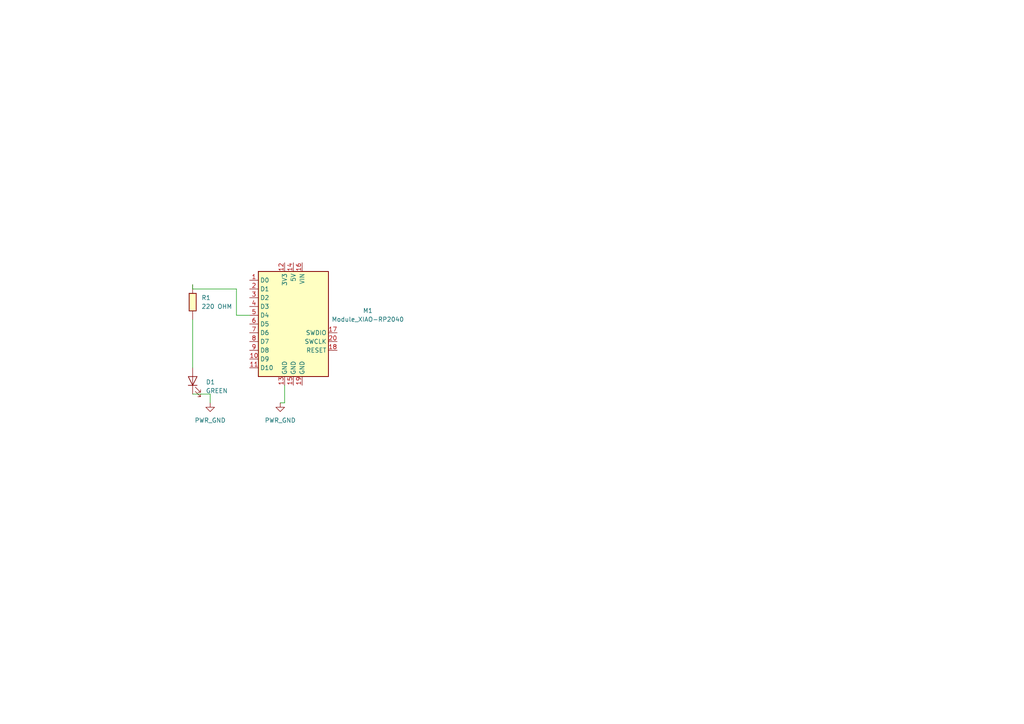
<source format=kicad_sch>
(kicad_sch (version 20250114) (generator "eeschema") (generator_version "9.0")
  (paper "A4")
  (lib_symbols
    (symbol "Fab:LED_1206" (pin_numbers (hide yes)) (pin_names (offset 1.016) (hide yes))
      (property "Reference" "D" (at 0 2.54 0))
      (property "Value" "LED_1206" (at 0 -2.54 0))
      (symbol "LED_1206_0_1"
        (polyline (pts (xy -3.048 -0.762) (xy -4.572 -2.286) (xy -3.81 -2.286) (xy -4.572 -2.286) (xy -4.572 -1.524)))
        (polyline (pts (xy -1.778 -0.762) (xy -3.302 -2.286) (xy -2.54 -2.286) (xy -3.302 -2.286) (xy -3.302 -1.524)))
        (polyline (pts (xy -1.27 0) (xy 1.27 0)))
        (polyline (pts (xy -1.27 -1.27) (xy -1.27 1.27)) (stroke (width 0.2032)))
        (polyline (pts (xy 1.27 -1.27) (xy 1.27 1.27) (xy -1.27 0) (xy 1.27 -1.27)) (stroke (width 0.2032)))
      )
      (symbol "LED_1206_1_1"
        (pin passive line (at -3.81 0 0) (length 2.54) (name "K") (number "1"))
        (pin passive line (at 3.81 0 180) (length 2.54) (name "A") (number "2"))
      )
    )
    (symbol "Fab:Module_XIAO-RP2040"
      (property "Reference" "M" (at -10.16 16.51 0))
      (property "Value" "Module_XIAO-RP2040" (at 3.81 16.51 0))
      (symbol "Module_XIAO-RP2040_1_1"
        (rectangle (start -10.16 15.24) (end 10.16 -15.24) (stroke (width 0.254)) (fill (type background)))
        (pin bidirectional line (at -12.7 12.7 0) (length 2.54) (name "D0") (number "1"))
        (pin bidirectional line (at -12.7 10.16 0) (length 2.54) (name "D1") (number "2"))
        (pin bidirectional line (at -12.7 7.62 0) (length 2.54) (name "D2") (number "3"))
        (pin bidirectional line (at -12.7 5.08 0) (length 2.54) (name "D3") (number "4"))
        (pin bidirectional line (at -12.7 2.54 0) (length 2.54) (name "D4") (number "5"))
        (pin bidirectional line (at -12.7 0 0) (length 2.54) (name "D5") (number "6"))
        (pin bidirectional line (at -12.7 -2.54 0) (length 2.54) (name "D6") (number "7"))
        (pin bidirectional line (at -12.7 -5.08 0) (length 2.54) (name "D7") (number "8"))
        (pin bidirectional line (at -12.7 -7.62 0) (length 2.54) (name "D8") (number "9"))
        (pin bidirectional line (at -12.7 -10.16 0) (length 2.54) (name "D9") (number "10"))
        (pin bidirectional line (at -12.7 -12.7 0) (length 2.54) (name "D10") (number "11"))
        (pin power_in line (at -2.54 17.78 270) (length 2.54) (name "3V3") (number "12"))
        (pin power_in line (at -2.54 -17.78 90) (length 2.54) (name "GND") (number "13"))
        (pin power_in line (at 0 17.78 270) (length 2.54) (name "5V") (number "14"))
        (pin power_in line (at 0 -17.78 90) (length 2.54) (name "GND") (number "15"))
        (pin power_in line (at 2.54 17.78 270) (length 2.54) (name "VIN") (number "16"))
        (pin power_in line (at 2.54 -17.78 90) (length 2.54) (name "GND") (number "19"))
        (pin bidirectional line (at 12.7 -2.54 180) (length 2.54) (name "SWDIO") (number "17"))
        (pin input line (at 12.7 -5.08 180) (length 2.54) (name "SWCLK") (number "20"))
        (pin input line (at 12.7 -7.62 180) (length 2.54) (name "RESET") (number "18"))
      )
    )
    (symbol "Fab:PWR_GND" (power) (pin_names (offset 0))
      (property "Value" "PWR_GND" (at 0 -3.81 0))
      (symbol "PWR_GND_0_1"
        (polyline (pts (xy 0 0) (xy 0 -1.27) (xy 1.27 -1.27) (xy 0 -2.54) (xy -1.27 -1.27) (xy 0 -1.27)))
      )
      (symbol "PWR_GND_1_1"
        (pin power_in line (at 0 0 270) (length 0) (hide yes) (name "PWR_GND") (number "1"))
      )
    )
    (symbol "Fab:R_1206" (pin_numbers (hide yes)) (pin_names (offset 0))
      (property "Reference" "R" (at 2.54 0 90))
      (property "Value" "R_1206" (at -2.54 0 90))
      (symbol "R_1206_0_1"
        (rectangle (start -1.016 -2.54) (end 1.016 2.54) (stroke (width 0.254)) (fill (type background)))
      )
      (symbol "R_1206_1_1"
        (pin passive line (at 0 5.08 270) (length 2.54) (name "~") (number "1"))
        (pin passive line (at 0 -5.08 90) (length 2.54) (name "~") (number "2"))
      )
    )
  )
  (wire (pts (xy 55.88 83.82) (xy 55.88 82.55)))
  (wire (pts (xy 68.58 91.44) (xy 68.58 83.82)))
  (wire (pts (xy 82.55 116.84) (xy 81.28 116.84)))
  (wire (pts (xy 60.96 114.3) (xy 60.96 116.84)))
  (wire (pts (xy 82.55 111.76) (xy 82.55 116.84)))
  (wire (pts (xy 72.39 91.44) (xy 68.58 91.44)))
  (wire (pts (xy 55.88 92.71) (xy 55.88 106.68)))
  (wire (pts (xy 55.88 114.3) (xy 60.96 114.3)))
  (wire (pts (xy 68.58 83.82) (xy 55.88 83.82)))
  (symbol (lib_id "Fab:LED_1206") (at 55.88 110.49 90) (unit 1)
    (property "Reference" "D1" (at 59.69 110.8201 90) (effects (justify right)))
    (property "Value" "GREEN" (at 59.69 113.3601 90) (effects (justify right)))
    (property "Footprint" "fab:LED_1206" (effects (hide yes)))
    (property "Datasheet" "https://optoelectronics.liteon.com/upload/download/DS-22-98-0002/LTST-C150CKT.pdf" (effects (hide yes)))
    (property "Description" "Light emitting diode, Lite-On Inc. LTST, SMD" (effects (hide yes)))
  )
  (symbol (lib_id "Fab:R_1206") (at 55.88 87.63 0) (unit 1)
    (property "Reference" "R1" (at 58.42 86.3599 0) (effects (justify left)))
    (property "Value" "220 OHM" (at 58.42 88.8999 0) (effects (justify left)))
    (property "Footprint" "fab:R_1206" (effects (hide yes)))
    (property "Description" "Resistor" (effects (hide yes)))
  )
  (symbol (lib_id "Fab:Module_XIAO-RP2040") (at 85.09 93.98 0) (unit 1)
    (property "Reference" "M1" (at 106.68 90.0998 0))
    (property "Value" "Module_XIAO-RP2040" (at 106.68 92.6398 0))
    (property "Footprint" "fab:SeeedStudio_XIAO_RP2040" (effects (hide yes)))
    (property "Datasheet" "https://wiki.seeedstudio.com/XIAO-RP2040/" (effects (hide yes)))
    (property "Description" "RP2040 XIAO RP2040 - ARM® Cortex®-M0+ MCU 32-Bit Embedded Evaluation Board" (effects (hide yes)))
  )
  (symbol (lib_id "Fab:PWR_GND") (at 60.96 116.84 0) (unit 1)
    (property "Reference" "#PWR01" (effects (hide yes)))
    (property "Value" "PWR_GND" (at 60.96 121.92 0))
    (property "Description" "Power symbol creates a global label with name \"GND\" , ground" (effects (hide yes)))
  )
  (symbol (lib_id "Fab:PWR_GND") (at 81.28 116.84 0) (unit 1)
    (property "Reference" "#PWR02" (effects (hide yes)))
    (property "Value" "PWR_GND" (at 81.28 121.92 0))
    (property "Description" "Power symbol creates a global label with name \"GND\" , ground" (effects (hide yes)))
  )
)
</source>
